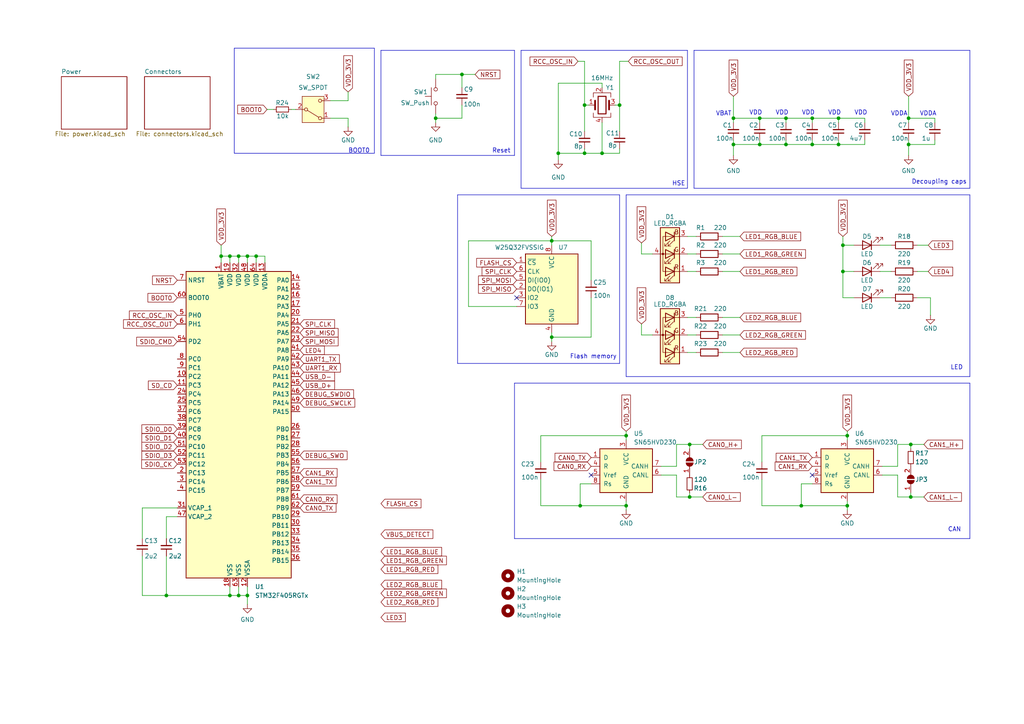
<source format=kicad_sch>
(kicad_sch (version 20231120) (generator "eeschema") (generator_version "8.0")
  (paper "A4")
  (lib_symbols
    (symbol "Device:C_Small" (pin_numbers hide) (pin_names (offset 0.254) hide)
      (property "Reference" "C" (at 0.254 1.778 0))
      (property "Value" "C_Small" (at 0.254 -2.032 0))
      (symbol "C_Small_0_1"
        (polyline (pts (xy -1.524 -0.508) (xy 1.524 -0.508)) (stroke (width 0.3302)))
        (polyline (pts (xy -1.524 0.508) (xy 1.524 0.508)) (stroke (width 0.3048)))
      )
      (symbol "C_Small_1_1"
        (pin passive line (at 0 2.54 270) (length 2.032) (name "~") (number "1"))
        (pin passive line (at 0 -2.54 90) (length 2.032) (name "~") (number "2"))
      )
    )
    (symbol "Device:Crystal_GND24" (pin_names (offset 1.016) hide)
      (property "Reference" "Y" (at 3.175 5.08 0))
      (property "Value" "Crystal_GND24" (at 3.175 3.175 0))
      (symbol "Crystal_GND24_0_1"
        (rectangle (start -1.143 2.54) (end 1.143 -2.54) (stroke (width 0.3048)))
        (polyline (pts (xy -2.54 0) (xy -2.032 0)))
        (polyline (pts (xy -2.032 -1.27) (xy -2.032 1.27)) (stroke (width 0.508)))
        (polyline (pts (xy 0 -3.81) (xy 0 -3.556)))
        (polyline (pts (xy 0 3.556) (xy 0 3.81)))
        (polyline (pts (xy 2.032 -1.27) (xy 2.032 1.27)) (stroke (width 0.508)))
        (polyline (pts (xy 2.032 0) (xy 2.54 0)))
        (polyline (pts (xy -2.54 -2.286) (xy -2.54 -3.556) (xy 2.54 -3.556) (xy 2.54 -2.286)))
        (polyline (pts (xy -2.54 2.286) (xy -2.54 3.556) (xy 2.54 3.556) (xy 2.54 2.286)))
      )
      (symbol "Crystal_GND24_1_1"
        (pin passive line (at -3.81 0 0) (length 1.27) (name "1") (number "1"))
        (pin passive line (at 0 5.08 270) (length 1.27) (name "2") (number "2"))
        (pin passive line (at 3.81 0 180) (length 1.27) (name "3") (number "3"))
        (pin passive line (at 0 -5.08 90) (length 1.27) (name "4") (number "4"))
      )
    )
    (symbol "Device:LED" (pin_numbers hide) (pin_names (offset 1.016) hide)
      (property "Reference" "D" (at 0 2.54 0))
      (property "Value" "LED" (at 0 -2.54 0))
      (symbol "LED_0_1"
        (polyline (pts (xy -1.27 -1.27) (xy -1.27 1.27)) (stroke (width 0.254)))
        (polyline (pts (xy -1.27 0) (xy 1.27 0)))
        (polyline (pts (xy 1.27 -1.27) (xy 1.27 1.27) (xy -1.27 0) (xy 1.27 -1.27)) (stroke (width 0.254)))
        (polyline (pts (xy -3.048 -0.762) (xy -4.572 -2.286) (xy -3.81 -2.286) (xy -4.572 -2.286) (xy -4.572 -1.524)))
        (polyline (pts (xy -1.778 -0.762) (xy -3.302 -2.286) (xy -2.54 -2.286) (xy -3.302 -2.286) (xy -3.302 -1.524)))
      )
      (symbol "LED_1_1"
        (pin passive line (at -3.81 0 0) (length 2.54) (name "K") (number "1"))
        (pin passive line (at 3.81 0 180) (length 2.54) (name "A") (number "2"))
      )
    )
    (symbol "Device:LED_RGBA" (pin_names (offset 0) hide)
      (property "Reference" "D" (at 0 9.398 0))
      (property "Value" "LED_RGBA" (at 0 -8.89 0))
      (symbol "LED_RGBA_0_0"
        (text "B" (at -1.905 -6.35 0) (effects (font (size 1.27 1.27))))
        (text "G" (at -1.905 -1.27 0) (effects (font (size 1.27 1.27))))
        (text "R" (at -1.905 3.81 0) (effects (font (size 1.27 1.27))))
      )
      (symbol "LED_RGBA_0_1"
        (polyline (pts (xy -1.27 -5.08) (xy -2.54 -5.08)))
        (polyline (pts (xy -1.27 -5.08) (xy 1.27 -5.08)))
        (polyline (pts (xy -1.27 -3.81) (xy -1.27 -6.35)) (stroke (width 0.254)))
        (polyline (pts (xy -1.27 0) (xy -2.54 0)))
        (polyline (pts (xy -1.27 1.27) (xy -1.27 -1.27)) (stroke (width 0.254)))
        (polyline (pts (xy -1.27 5.08) (xy -2.54 5.08)))
        (polyline (pts (xy -1.27 5.08) (xy 1.27 5.08)))
        (polyline (pts (xy -1.27 6.35) (xy -1.27 3.81)) (stroke (width 0.254)))
        (polyline (pts (xy 1.27 0) (xy -1.27 0)))
        (polyline (pts (xy 1.27 0) (xy 2.54 0)))
        (polyline (pts (xy -1.27 1.27) (xy -1.27 -1.27) (xy -1.27 -1.27)))
        (polyline (pts (xy -1.27 6.35) (xy -1.27 3.81) (xy -1.27 3.81)))
        (polyline (pts (xy 1.27 -5.08) (xy 2.032 -5.08) (xy 2.032 5.08) (xy 1.27 5.08)))
        (polyline (pts (xy 1.27 -3.81) (xy 1.27 -6.35) (xy -1.27 -5.08) (xy 1.27 -3.81)) (stroke (width 0.254)))
        (polyline (pts (xy 1.27 1.27) (xy 1.27 -1.27) (xy -1.27 0) (xy 1.27 1.27)) (stroke (width 0.254)))
        (polyline (pts (xy 1.27 6.35) (xy 1.27 3.81) (xy -1.27 5.08) (xy 1.27 6.35)) (stroke (width 0.254)))
        (polyline (pts (xy -1.016 -3.81) (xy 0.508 -2.286) (xy -0.254 -2.286) (xy 0.508 -2.286) (xy 0.508 -3.048)))
        (polyline (pts (xy -1.016 1.27) (xy 0.508 2.794) (xy -0.254 2.794) (xy 0.508 2.794) (xy 0.508 2.032)))
        (polyline (pts (xy -1.016 6.35) (xy 0.508 7.874) (xy -0.254 7.874) (xy 0.508 7.874) (xy 0.508 7.112)))
        (polyline (pts (xy 0 -3.81) (xy 1.524 -2.286) (xy 0.762 -2.286) (xy 1.524 -2.286) (xy 1.524 -3.048)))
        (polyline (pts (xy 0 1.27) (xy 1.524 2.794) (xy 0.762 2.794) (xy 1.524 2.794) (xy 1.524 2.032)))
        (polyline (pts (xy 0 6.35) (xy 1.524 7.874) (xy 0.762 7.874) (xy 1.524 7.874) (xy 1.524 7.112)))
        (rectangle (start 1.27 -1.27) (end 1.27 1.27))
        (rectangle (start 1.27 1.27) (end 1.27 1.27))
        (rectangle (start 1.27 3.81) (end 1.27 6.35))
        (rectangle (start 1.27 6.35) (end 1.27 6.35))
        (circle (center 2.032 0) (radius 0.254) (fill (type outline)))
        (rectangle (start 2.794 8.382) (end -2.794 -7.62) (stroke (width 0.254)) (fill (type background)))
      )
      (symbol "LED_RGBA_1_1"
        (pin passive line (at -5.08 5.08 0) (length 2.54) (name "RK") (number "1"))
        (pin passive line (at -5.08 0 0) (length 2.54) (name "GK") (number "2"))
        (pin passive line (at -5.08 -5.08 0) (length 2.54) (name "BK") (number "3"))
        (pin passive line (at 5.08 0 180) (length 2.54) (name "A") (number "4"))
      )
    )
    (symbol "Device:R" (pin_numbers hide) (pin_names (offset 0))
      (property "Reference" "R" (at 2.032 0 90))
      (property "Value" "R" (at 0 0 90))
      (symbol "R_0_1"
        (rectangle (start -1.016 -2.54) (end 1.016 2.54) (stroke (width 0.254)))
      )
      (symbol "R_1_1"
        (pin passive line (at 0 3.81 270) (length 1.27) (name "~") (number "1"))
        (pin passive line (at 0 -3.81 90) (length 1.27) (name "~") (number "2"))
      )
    )
    (symbol "Device:R_Small" (pin_numbers hide) (pin_names (offset 0.254) hide)
      (property "Reference" "R" (at 0.762 0.508 0))
      (property "Value" "R_Small" (at 0.762 -1.016 0))
      (symbol "R_Small_0_1"
        (rectangle (start -0.762 1.778) (end 0.762 -1.778) (stroke (width 0.2032)))
      )
      (symbol "R_Small_1_1"
        (pin passive line (at 0 2.54 270) (length 0.762) (name "~") (number "1"))
        (pin passive line (at 0 -2.54 90) (length 0.762) (name "~") (number "2"))
      )
    )
    (symbol "GND_1" (power) (pin_numbers hide) (pin_names (offset 0) hide)
      (property "Value" "GND" (at 0 -3.81 0))
      (symbol "GND_1_0_1"
        (polyline (pts (xy 0 0) (xy 0 -1.27) (xy 1.27 -1.27) (xy 0 -2.54) (xy -1.27 -1.27) (xy 0 -1.27)))
      )
      (symbol "GND_1_1_1"
        (pin power_in line (at 0 0 270) (length 0) (name "~") (number "1"))
      )
    )
    (symbol "GND_2" (power) (pin_numbers hide) (pin_names (offset 0) hide)
      (property "Value" "GND" (at 0 -3.81 0))
      (symbol "GND_2_0_1"
        (polyline (pts (xy 0 0) (xy 0 -1.27) (xy 1.27 -1.27) (xy 0 -2.54) (xy -1.27 -1.27) (xy 0 -1.27)))
      )
      (symbol "GND_2_1_1"
        (pin power_in line (at 0 0 270) (length 0) (name "~") (number "1"))
      )
    )
    (symbol "Interface_CAN_LIN:SN65HVD230" (pin_names (offset 1.016))
      (property "Reference" "U" (at -2.54 10.16 0))
      (property "Value" "SN65HVD230" (at -2.54 7.62 0))
      (symbol "SN65HVD230_0_1"
        (rectangle (start -7.62 5.08) (end 7.62 -7.62) (stroke (width 0.254)) (fill (type background)))
      )
      (symbol "SN65HVD230_1_1"
        (pin input line (at -10.16 2.54 0) (length 2.54) (name "D") (number "1"))
        (pin power_in line (at 0 -10.16 90) (length 2.54) (name "GND") (number "2"))
        (pin power_in line (at 0 7.62 270) (length 2.54) (name "VCC") (number "3"))
        (pin output line (at -10.16 0 0) (length 2.54) (name "R") (number "4"))
        (pin output line (at -10.16 -2.54 0) (length 2.54) (name "Vref") (number "5"))
        (pin bidirectional line (at 10.16 -2.54 180) (length 2.54) (name "CANL") (number "6"))
        (pin bidirectional line (at 10.16 0 180) (length 2.54) (name "CANH") (number "7"))
        (pin input line (at -10.16 -5.08 0) (length 2.54) (name "Rs") (number "8"))
      )
    )
    (symbol "Jumper:SolderJumper_2_Open" (pin_names (offset 0) hide)
      (property "Reference" "JP" (at 0 2.032 0))
      (property "Value" "SolderJumper_2_Open" (at 0 -2.54 0))
      (symbol "SolderJumper_2_Open_0_1"
        (arc (start -0.254 1.016) (mid -1.2656 0) (end -0.254 -1.016))
        (arc (start -0.254 1.016) (mid -1.2656 0) (end -0.254 -1.016) (fill (type outline)))
        (polyline (pts (xy -0.254 1.016) (xy -0.254 -1.016)))
        (polyline (pts (xy 0.254 1.016) (xy 0.254 -1.016)))
        (arc (start 0.254 -1.016) (mid 1.2656 0) (end 0.254 1.016))
        (arc (start 0.254 -1.016) (mid 1.2656 0) (end 0.254 1.016) (fill (type outline)))
      )
      (symbol "SolderJumper_2_Open_1_1"
        (pin passive line (at -3.81 0 0) (length 2.54) (name "A") (number "1"))
        (pin passive line (at 3.81 0 180) (length 2.54) (name "B") (number "2"))
      )
    )
    (symbol "MCU_ST_STM32F4:STM32F405RGTx"
      (property "Reference" "U1" (at 4.7341 -45.72 0))
      (property "Value" "STM32F405RGTx" (at 4.7341 -48.26 0))
      (symbol "STM32F405RGTx_0_1"
        (rectangle (start -15.24 45.72) (end 15.24 -43.18) (stroke (width 0.254)) (fill (type background)))
      )
      (symbol "STM32F405RGTx_1_1"
        (pin power_in line (at -5.08 48.26 270) (length 2.54) (name "VBAT") (number "1"))
        (pin bidirectional line (at -17.78 15.24 0) (length 2.54) (name "PC2") (number "10"))
        (pin bidirectional line (at -17.78 12.7 0) (length 2.54) (name "PC3") (number "11"))
        (pin power_in line (at 2.54 -45.72 90) (length 2.54) (name "VSSA") (number "12"))
        (pin power_in line (at 7.62 48.26 270) (length 2.54) (name "VDDA") (number "13"))
        (pin bidirectional line (at 17.78 43.18 180) (length 2.54) (name "PA0") (number "14"))
        (pin bidirectional line (at 17.78 40.64 180) (length 2.54) (name "PA1") (number "15"))
        (pin bidirectional line (at 17.78 38.1 180) (length 2.54) (name "PA2") (number "16"))
        (pin bidirectional line (at 17.78 35.56 180) (length 2.54) (name "PA3") (number "17"))
        (pin power_in line (at -2.54 -45.72 90) (length 2.54) (name "VSS") (number "18"))
        (pin power_in line (at -2.54 48.26 270) (length 2.54) (name "VDD") (number "19"))
        (pin bidirectional line (at -17.78 -12.7 0) (length 2.54) (name "PC13") (number "2"))
        (pin bidirectional line (at 17.78 33.02 180) (length 2.54) (name "PA4") (number "20"))
        (pin bidirectional line (at 17.78 30.48 180) (length 2.54) (name "PA5") (number "21"))
        (pin bidirectional line (at 17.78 27.94 180) (length 2.54) (name "PA6") (number "22"))
        (pin bidirectional line (at 17.78 25.4 180) (length 2.54) (name "PA7") (number "23"))
        (pin bidirectional line (at -17.78 10.16 0) (length 2.54) (name "PC4") (number "24"))
        (pin bidirectional line (at -17.78 7.62 0) (length 2.54) (name "PC5") (number "25"))
        (pin bidirectional line (at 17.78 0 180) (length 2.54) (name "PB0") (number "26"))
        (pin bidirectional line (at 17.78 -2.54 180) (length 2.54) (name "PB1") (number "27"))
        (pin bidirectional line (at 17.78 -5.08 180) (length 2.54) (name "PB2") (number "28"))
        (pin bidirectional line (at 17.78 -25.4 180) (length 2.54) (name "PB10") (number "29"))
        (pin bidirectional line (at -17.78 -15.24 0) (length 2.54) (name "PC14") (number "3"))
        (pin bidirectional line (at 17.78 -27.94 180) (length 2.54) (name "PB11") (number "30"))
        (pin power_out line (at -17.78 -22.86 0) (length 2.54) (name "VCAP_1") (number "31"))
        (pin power_in line (at 0 48.26 270) (length 2.54) (name "VDD") (number "32"))
        (pin bidirectional line (at 17.78 -30.48 180) (length 2.54) (name "PB12") (number "33"))
        (pin bidirectional line (at 17.78 -33.02 180) (length 2.54) (name "PB13") (number "34"))
        (pin bidirectional line (at 17.78 -35.56 180) (length 2.54) (name "PB14") (number "35"))
        (pin bidirectional line (at 17.78 -38.1 180) (length 2.54) (name "PB15") (number "36"))
        (pin bidirectional line (at -17.78 5.08 0) (length 2.54) (name "PC6") (number "37"))
        (pin bidirectional line (at -17.78 2.54 0) (length 2.54) (name "PC7") (number "38"))
        (pin bidirectional line (at -17.78 0 0) (length 2.54) (name "PC8") (number "39"))
        (pin bidirectional line (at -17.78 -17.78 0) (length 2.54) (name "PC15") (number "4"))
        (pin bidirectional line (at -17.78 -2.54 0) (length 2.54) (name "PC9") (number "40"))
        (pin bidirectional line (at 17.78 22.86 180) (length 2.54) (name "PA8") (number "41"))
        (pin bidirectional line (at 17.78 20.32 180) (length 2.54) (name "PA9") (number "42"))
        (pin bidirectional line (at 17.78 17.78 180) (length 2.54) (name "PA10") (number "43"))
        (pin bidirectional line (at 17.78 15.24 180) (length 2.54) (name "PA11") (number "44"))
        (pin bidirectional line (at 17.78 12.7 180) (length 2.54) (name "PA12") (number "45"))
        (pin bidirectional line (at 17.78 10.16 180) (length 2.54) (name "PA13") (number "46"))
        (pin power_out line (at -17.78 -25.4 0) (length 2.54) (name "VCAP_2") (number "47"))
        (pin power_in line (at 2.54 48.26 270) (length 2.54) (name "VDD") (number "48"))
        (pin bidirectional line (at 17.78 7.62 180) (length 2.54) (name "PA14") (number "49"))
        (pin bidirectional line (at -17.78 33.02 0) (length 2.54) (name "PH0") (number "5"))
        (pin bidirectional line (at 17.78 5.08 180) (length 2.54) (name "PA15") (number "50"))
        (pin bidirectional line (at -17.78 -5.08 0) (length 2.54) (name "PC10") (number "51"))
        (pin bidirectional line (at -17.78 -7.62 0) (length 2.54) (name "PC11") (number "52"))
        (pin bidirectional line (at -17.78 -10.16 0) (length 2.54) (name "PC12") (number "53"))
        (pin bidirectional line (at -17.78 25.4 0) (length 2.54) (name "PD2") (number "54"))
        (pin bidirectional line (at 17.78 -7.62 180) (length 2.54) (name "PB3") (number "55"))
        (pin bidirectional line (at 17.78 -10.16 180) (length 2.54) (name "PB4") (number "56"))
        (pin bidirectional line (at 17.78 -12.7 180) (length 2.54) (name "PB5") (number "57"))
        (pin bidirectional line (at 17.78 -15.24 180) (length 2.54) (name "PB6") (number "58"))
        (pin bidirectional line (at 17.78 -17.78 180) (length 2.54) (name "PB7") (number "59"))
        (pin bidirectional line (at -17.78 30.48 0) (length 2.54) (name "PH1") (number "6"))
        (pin input line (at -17.78 38.1 0) (length 2.54) (name "BOOT0") (number "60"))
        (pin bidirectional line (at 17.78 -20.32 180) (length 2.54) (name "PB8") (number "61"))
        (pin bidirectional line (at 17.78 -22.86 180) (length 2.54) (name "PB9") (number "62"))
        (pin power_in line (at 0 -45.72 90) (length 2.54) (name "VSS") (number "63"))
        (pin power_in line (at 5.08 48.26 270) (length 2.54) (name "VDD") (number "64"))
        (pin input line (at -17.78 43.18 0) (length 2.54) (name "NRST") (number "7"))
        (pin bidirectional line (at -17.78 20.32 0) (length 2.54) (name "PC0") (number "8"))
        (pin bidirectional line (at -17.78 17.78 0) (length 2.54) (name "PC1") (number "9"))
      )
    )
    (symbol "Mechanical:MountingHole" (pin_names (offset 1.016))
      (property "Reference" "H" (at 0 5.08 0))
      (property "Value" "MountingHole" (at 0 3.175 0))
      (symbol "MountingHole_0_1"
        (circle (center 0 0) (radius 1.27) (stroke (width 1.27)))
      )
    )
    (symbol "Memory_Flash:W25Q32JVSS"
      (property "Reference" "U" (at -6.35 11.43 0))
      (property "Value" "W25Q32JVSS" (at 7.62 11.43 0))
      (symbol "W25Q32JVSS_0_1"
        (rectangle (start -7.62 10.16) (end 7.62 -10.16) (stroke (width 0.254)) (fill (type background)))
      )
      (symbol "W25Q32JVSS_1_1"
        (pin input line (at -10.16 7.62 0) (length 2.54) (name "~{CS}") (number "1"))
        (pin bidirectional line (at -10.16 0 0) (length 2.54) (name "DO(IO1)") (number "2"))
        (pin bidirectional line (at -10.16 -2.54 0) (length 2.54) (name "IO2") (number "3"))
        (pin power_in line (at 0 -12.7 90) (length 2.54) (name "GND") (number "4"))
        (pin bidirectional line (at -10.16 2.54 0) (length 2.54) (name "DI(IO0)") (number "5"))
        (pin input line (at -10.16 5.08 0) (length 2.54) (name "CLK") (number "6"))
        (pin bidirectional line (at -10.16 -5.08 0) (length 2.54) (name "IO3") (number "7"))
        (pin power_in line (at 0 12.7 270) (length 2.54) (name "VCC") (number "8"))
      )
    )
    (symbol "Switch:SW_Push" (pin_numbers hide) (pin_names (offset 1.016) hide)
      (property "Reference" "SW" (at 1.27 2.54 0))
      (property "Value" "SW_Push" (at 0 -1.524 0))
      (symbol "SW_Push_0_1"
        (circle (center -2.032 0) (radius 0.508))
        (polyline (pts (xy 0 1.27) (xy 0 3.048)))
        (polyline (pts (xy 2.54 1.27) (xy -2.54 1.27)))
        (circle (center 2.032 0) (radius 0.508))
        (pin passive line (at -5.08 0 0) (length 2.54) (name "1") (number "1"))
        (pin passive line (at 5.08 0 180) (length 2.54) (name "2") (number "2"))
      )
    )
    (symbol "Switch:SW_SPDT" (pin_names (offset 0) hide)
      (property "Reference" "SW" (at 0 5.08 0))
      (property "Value" "SW_SPDT" (at 0 -5.08 0))
      (symbol "SW_SPDT_0_1"
        (circle (center -2.032 0) (radius 0.4572))
        (polyline (pts (xy -1.651 0.254) (xy 1.651 2.286)))
        (circle (center 2.032 -2.54) (radius 0.4572))
        (circle (center 2.032 2.54) (radius 0.4572))
      )
      (symbol "SW_SPDT_1_1"
        (rectangle (start -3.175 3.81) (end 3.175 -3.81) (fill (type background)))
        (pin passive line (at 5.08 2.54 180) (length 2.54) (name "A") (number "1"))
        (pin passive line (at -5.08 0 0) (length 2.54) (name "B") (number "2"))
        (pin passive line (at 5.08 -2.54 180) (length 2.54) (name "C") (number "3"))
      )
    )
    (symbol "power:GND" (power) (pin_names (offset 0))
      (property "Value" "GND" (at 0 -3.81 0))
      (symbol "GND_0_1"
        (polyline (pts (xy 0 0) (xy 0 -1.27) (xy 1.27 -1.27) (xy 0 -2.54) (xy -1.27 -1.27) (xy 0 -1.27)))
      )
      (symbol "GND_1_1"
        (pin power_in line (at 0 0 270) (length 0) hide (name "GND") (number "1"))
      )
    )
  )
  (junction (at 235.585 41.91))
  (junction (at 69.215 172.72))
  (junction (at 160.02 69.85))
  (junction (at 169.545 30.48))
  (junction (at 66.675 74.295))
  (junction (at 74.295 74.295))
  (junction (at 181.61 146.685))
  (junction (at 69.215 74.295))
  (junction (at 243.205 34.29))
  (junction (at 227.965 34.29))
  (junction (at 71.755 74.295))
  (junction (at 212.725 41.91))
  (junction (at 244.475 78.74))
  (junction (at 220.345 34.29))
  (junction (at 264.16 144.145))
  (junction (at 179.705 30.48))
  (junction (at 227.965 41.91))
  (junction (at 66.675 172.72))
  (junction (at 243.205 41.91))
  (junction (at 133.985 21.59))
  (junction (at 161.925 44.45))
  (junction (at 264.16 128.905))
  (junction (at 245.745 126.365))
  (junction (at 64.135 74.295))
  (junction (at 245.745 146.685))
  (junction (at 168.275 146.685))
  (junction (at 232.41 146.685))
  (junction (at 235.585 34.29))
  (junction (at 263.525 34.29))
  (junction (at 263.525 41.91))
  (junction (at 200.025 128.905))
  (junction (at 200.025 144.145))
  (junction (at 126.365 34.29))
  (junction (at 71.755 172.72))
  (junction (at 220.345 41.91))
  (junction (at 160.02 97.79))
  (junction (at 48.26 172.72))
  (junction (at 174.625 44.45))
  (junction (at 169.545 44.45))
  (junction (at 244.475 71.12))
  (junction (at 212.725 34.29))
  (junction (at 181.61 126.365))
  (no_connect (at 149.86 86.36))
  (no_connect (at 235.585 137.795))
  (no_connect (at 171.45 137.795))
  (wire (pts (xy 250.825 35.56) (xy 250.825 34.29)))
  (wire (pts (xy 220.98 126.365) (xy 245.745 126.365)))
  (wire (pts (xy 69.215 74.295) (xy 71.755 74.295)))
  (wire (pts (xy 160.02 96.52) (xy 160.02 97.79)))
  (wire (pts (xy 263.525 40.64) (xy 263.525 41.91)))
  (wire (pts (xy 161.925 44.45) (xy 161.925 46.355)))
  (wire (pts (xy 209.55 68.58) (xy 214.63 68.58)))
  (polyline (pts (xy 201.295 54.61) (xy 201.295 14.605)))
  (wire (pts (xy 179.705 38.1) (xy 179.705 30.48)))
  (wire (pts (xy 69.215 76.2) (xy 69.215 74.295)))
  (polyline (pts (xy 108.585 13.97) (xy 108.585 44.45)))
  (wire (pts (xy 227.965 34.29) (xy 235.585 34.29)))
  (wire (pts (xy 196.215 128.905) (xy 200.025 128.905)))
  (wire (pts (xy 227.965 40.64) (xy 227.965 41.91)))
  (wire (pts (xy 263.525 34.29) (xy 271.145 34.29)))
  (wire (pts (xy 235.585 140.335) (xy 232.41 140.335)))
  (wire (pts (xy 235.585 40.64) (xy 235.585 41.91)))
  (wire (pts (xy 135.89 69.85) (xy 135.89 88.9)))
  (wire (pts (xy 264.16 128.905) (xy 264.16 130.175)))
  (wire (pts (xy 168.275 146.685) (xy 181.61 146.685)))
  (polyline (pts (xy 281.305 109.22) (xy 181.61 109.22)))
  (wire (pts (xy 174.625 24.13) (xy 174.625 25.4)))
  (wire (pts (xy 199.39 78.74) (xy 201.93 78.74)))
  (polyline (pts (xy 67.945 13.97) (xy 67.945 44.45)))
  (wire (pts (xy 182.245 17.78) (xy 179.705 17.78)))
  (wire (pts (xy 79.375 31.75) (xy 77.47 31.75)))
  (wire (pts (xy 71.755 74.295) (xy 74.295 74.295)))
  (wire (pts (xy 169.545 17.78) (xy 167.64 17.78)))
  (wire (pts (xy 235.585 41.91) (xy 243.205 41.91)))
  (polyline (pts (xy 281.305 14.605) (xy 281.305 54.61)))
  (wire (pts (xy 181.61 146.685) (xy 181.61 147.955)))
  (wire (pts (xy 66.675 172.72) (xy 69.215 172.72)))
  (polyline (pts (xy 67.945 44.45) (xy 108.585 44.45)))
  (wire (pts (xy 243.205 40.64) (xy 243.205 41.91)))
  (wire (pts (xy 41.275 161.29) (xy 41.275 172.72)))
  (wire (pts (xy 199.39 68.58) (xy 201.93 68.58)))
  (wire (pts (xy 161.925 24.13) (xy 161.925 44.45)))
  (wire (pts (xy 156.845 126.365) (xy 156.845 133.985)))
  (wire (pts (xy 76.835 74.295) (xy 76.835 76.2)))
  (wire (pts (xy 199.39 92.075) (xy 201.93 92.075)))
  (wire (pts (xy 174.625 35.56) (xy 174.625 44.45)))
  (wire (pts (xy 244.475 71.12) (xy 244.475 78.74)))
  (wire (pts (xy 71.755 74.295) (xy 71.755 76.2)))
  (wire (pts (xy 126.365 34.29) (xy 126.365 35.56)))
  (wire (pts (xy 169.545 44.45) (xy 174.625 44.45)))
  (wire (pts (xy 64.135 71.12) (xy 64.135 74.295)))
  (wire (pts (xy 220.98 139.065) (xy 220.98 146.685)))
  (wire (pts (xy 64.135 74.295) (xy 66.675 74.295)))
  (wire (pts (xy 264.16 142.875) (xy 264.16 144.145)))
  (wire (pts (xy 181.61 145.415) (xy 181.61 146.685)))
  (wire (pts (xy 171.45 86.36) (xy 171.45 97.79)))
  (wire (pts (xy 174.625 44.45) (xy 179.705 44.45)))
  (wire (pts (xy 135.89 69.85) (xy 160.02 69.85)))
  (wire (pts (xy 66.675 172.72) (xy 48.26 172.72)))
  (wire (pts (xy 181.61 125.095) (xy 181.61 126.365)))
  (wire (pts (xy 160.02 69.85) (xy 171.45 69.85)))
  (wire (pts (xy 244.475 78.74) (xy 247.65 78.74)))
  (polyline (pts (xy 181.61 56.515) (xy 181.61 109.22)))
  (polyline (pts (xy 199.39 54.61) (xy 151.13 54.61)))
  (wire (pts (xy 220.98 126.365) (xy 220.98 133.985)))
  (wire (pts (xy 255.905 137.795) (xy 260.35 137.795)))
  (wire (pts (xy 133.985 21.59) (xy 133.985 25.4)))
  (wire (pts (xy 156.845 146.685) (xy 168.275 146.685)))
  (wire (pts (xy 169.545 30.48) (xy 170.815 30.48)))
  (wire (pts (xy 200.025 144.145) (xy 203.835 144.145)))
  (wire (pts (xy 264.16 144.145) (xy 267.97 144.145)))
  (wire (pts (xy 244.475 86.36) (xy 247.65 86.36)))
  (polyline (pts (xy 151.13 14.605) (xy 151.13 54.61)))
  (wire (pts (xy 263.525 41.91) (xy 271.145 41.91)))
  (wire (pts (xy 179.705 43.18) (xy 179.705 44.45)))
  (wire (pts (xy 243.205 34.29) (xy 243.205 35.56)))
  (wire (pts (xy 169.545 17.78) (xy 169.545 30.48)))
  (wire (pts (xy 245.745 146.685) (xy 245.745 147.955)))
  (polyline (pts (xy 151.13 14.605) (xy 199.39 14.605)))
  (wire (pts (xy 263.525 41.91) (xy 263.525 45.085)))
  (wire (pts (xy 160.02 97.79) (xy 160.02 99.06)))
  (wire (pts (xy 179.705 17.78) (xy 179.705 30.48)))
  (wire (pts (xy 255.905 135.255) (xy 260.35 135.255)))
  (wire (pts (xy 133.985 34.29) (xy 126.365 34.29)))
  (polyline (pts (xy 110.49 45.085) (xy 149.225 45.085)))
  (wire (pts (xy 51.435 147.32) (xy 41.275 147.32)))
  (wire (pts (xy 260.35 137.795) (xy 260.35 144.145)))
  (wire (pts (xy 232.41 140.335) (xy 232.41 146.685)))
  (wire (pts (xy 174.625 24.13) (xy 161.925 24.13)))
  (wire (pts (xy 200.025 128.905) (xy 203.835 128.905)))
  (wire (pts (xy 220.345 41.91) (xy 212.725 41.91)))
  (wire (pts (xy 126.365 34.29) (xy 126.365 33.02)))
  (wire (pts (xy 264.16 128.905) (xy 267.97 128.905)))
  (wire (pts (xy 269.875 91.44) (xy 269.875 86.36)))
  (wire (pts (xy 95.885 29.21) (xy 100.965 29.21)))
  (wire (pts (xy 196.215 128.905) (xy 196.215 135.255)))
  (wire (pts (xy 169.545 43.18) (xy 169.545 44.45)))
  (polyline (pts (xy 132.715 56.515) (xy 132.715 105.41)))
  (polyline (pts (xy 179.705 56.515) (xy 132.715 56.515)))
  (wire (pts (xy 244.475 78.74) (xy 244.475 86.36)))
  (wire (pts (xy 186.055 97.155) (xy 189.23 97.155)))
  (polyline (pts (xy 281.305 111.125) (xy 281.305 156.21)))
  (wire (pts (xy 235.585 34.29) (xy 243.205 34.29)))
  (wire (pts (xy 51.435 149.86) (xy 48.26 149.86)))
  (wire (pts (xy 160.02 68.58) (xy 160.02 69.85)))
  (wire (pts (xy 186.055 73.66) (xy 189.23 73.66)))
  (wire (pts (xy 220.345 34.29) (xy 212.725 34.29)))
  (wire (pts (xy 220.345 34.29) (xy 227.965 34.29)))
  (wire (pts (xy 200.025 128.905) (xy 200.025 130.175)))
  (wire (pts (xy 255.27 78.74) (xy 258.445 78.74)))
  (wire (pts (xy 48.26 161.29) (xy 48.26 172.72)))
  (polyline (pts (xy 149.225 111.125) (xy 281.305 111.125)))
  (wire (pts (xy 156.845 126.365) (xy 181.61 126.365)))
  (wire (pts (xy 244.475 68.58) (xy 244.475 71.12)))
  (wire (pts (xy 69.215 172.72) (xy 71.755 172.72)))
  (wire (pts (xy 160.02 97.79) (xy 171.45 97.79)))
  (wire (pts (xy 260.35 144.145) (xy 264.16 144.145)))
  (polyline (pts (xy 199.39 14.605) (xy 199.39 54.61)))
  (wire (pts (xy 149.86 88.9) (xy 135.89 88.9)))
  (wire (pts (xy 200.025 142.875) (xy 200.025 144.145)))
  (wire (pts (xy 209.55 78.74) (xy 214.63 78.74)))
  (wire (pts (xy 126.365 22.86) (xy 126.365 21.59)))
  (wire (pts (xy 271.145 40.64) (xy 271.145 41.91)))
  (wire (pts (xy 69.215 172.72) (xy 69.215 170.18)))
  (wire (pts (xy 100.965 34.29) (xy 100.965 36.83)))
  (polyline (pts (xy 108.585 13.97) (xy 67.945 13.97)))
  (wire (pts (xy 260.35 128.905) (xy 260.35 135.255)))
  (polyline (pts (xy 181.61 56.515) (xy 281.305 56.515)))
  (wire (pts (xy 168.275 140.335) (xy 168.275 146.685)))
  (wire (pts (xy 196.215 144.145) (xy 200.025 144.145)))
  (wire (pts (xy 199.39 102.235) (xy 201.93 102.235)))
  (wire (pts (xy 244.475 71.12) (xy 247.65 71.12)))
  (wire (pts (xy 220.98 146.685) (xy 232.41 146.685)))
  (wire (pts (xy 186.055 73.66) (xy 186.055 70.485)))
  (wire (pts (xy 271.145 34.29) (xy 271.145 35.56)))
  (wire (pts (xy 171.45 140.335) (xy 168.275 140.335)))
  (wire (pts (xy 263.525 35.56) (xy 263.525 34.29)))
  (wire (pts (xy 84.455 31.75) (xy 85.725 31.75)))
  (wire (pts (xy 41.275 172.72) (xy 48.26 172.72)))
  (wire (pts (xy 191.77 137.795) (xy 196.215 137.795)))
  (wire (pts (xy 66.675 74.295) (xy 66.675 76.2)))
  (wire (pts (xy 263.525 27.94) (xy 263.525 34.29)))
  (wire (pts (xy 133.985 21.59) (xy 137.795 21.59)))
  (wire (pts (xy 71.755 172.72) (xy 71.755 170.18)))
  (polyline (pts (xy 281.305 56.515) (xy 281.305 109.22)))
  (wire (pts (xy 196.215 137.795) (xy 196.215 144.145)))
  (wire (pts (xy 71.755 172.72) (xy 71.755 175.26)))
  (wire (pts (xy 66.675 74.295) (xy 69.215 74.295)))
  (polyline (pts (xy 149.225 111.125) (xy 149.225 156.21)))
  (wire (pts (xy 186.055 97.155) (xy 186.055 93.98)))
  (polyline (pts (xy 201.295 14.605) (xy 281.305 14.605)))
  (wire (pts (xy 212.725 34.29) (xy 212.725 35.56)))
  (wire (pts (xy 126.365 21.59) (xy 133.985 21.59)))
  (wire (pts (xy 232.41 146.685) (xy 245.745 146.685)))
  (wire (pts (xy 243.205 34.29) (xy 250.825 34.29)))
  (wire (pts (xy 266.065 71.12) (xy 269.24 71.12)))
  (wire (pts (xy 133.985 30.48) (xy 133.985 34.29)))
  (wire (pts (xy 191.77 135.255) (xy 196.215 135.255)))
  (wire (pts (xy 235.585 35.56) (xy 235.585 34.29)))
  (wire (pts (xy 199.39 97.155) (xy 201.93 97.155)))
  (wire (pts (xy 64.135 76.2) (xy 64.135 74.295)))
  (wire (pts (xy 227.965 34.29) (xy 227.965 35.56)))
  (polyline (pts (xy 179.705 56.515) (xy 179.705 105.41)))
  (wire (pts (xy 243.205 41.91) (xy 250.825 41.91)))
  (wire (pts (xy 48.26 149.86) (xy 48.26 156.21)))
  (wire (pts (xy 266.065 78.74) (xy 269.24 78.74)))
  (wire (pts (xy 260.35 128.905) (xy 264.16 128.905)))
  (wire (pts (xy 100.965 26.67) (xy 100.965 29.21)))
  (wire (pts (xy 255.27 86.36) (xy 258.445 86.36)))
  (wire (pts (xy 74.295 74.295) (xy 76.835 74.295)))
  (wire (pts (xy 245.745 145.415) (xy 245.745 146.685)))
  (wire (pts (xy 66.675 170.18) (xy 66.675 172.72)))
  (wire (pts (xy 178.435 30.48) (xy 179.705 30.48)))
  (wire (pts (xy 235.585 41.91) (xy 227.965 41.91)))
  (wire (pts (xy 212.725 41.91) (xy 212.725 45.085)))
  (wire (pts (xy 199.39 73.66) (xy 201.93 73.66)))
  (wire (pts (xy 220.345 41.91) (xy 227.965 41.91)))
  (wire (pts (xy 220.345 35.56) (xy 220.345 34.29)))
  (polyline (pts (xy 201.295 54.61) (xy 281.305 54.61)))
  (wire (pts (xy 212.725 41.91) (xy 212.725 40.64)))
  (wire (pts (xy 95.885 34.29) (xy 100.965 34.29)))
  (wire (pts (xy 169.545 38.1) (xy 169.545 30.48)))
  (polyline (pts (xy 281.305 156.21) (xy 149.225 156.21)))
  (wire (pts (xy 171.45 69.85) (xy 171.45 81.28)))
  (wire (pts (xy 156.845 139.065) (xy 156.845 146.685)))
  (wire (pts (xy 266.065 86.36) (xy 269.875 86.36)))
  (wire (pts (xy 245.745 125.095) (xy 245.745 126.365)))
  (wire (pts (xy 181.61 126.365) (xy 181.61 127.635)))
  (polyline (pts (xy 110.49 14.605) (xy 149.225 14.605)))
  (wire (pts (xy 160.02 69.85) (xy 160.02 71.12)))
  (wire (pts (xy 220.345 40.64) (xy 220.345 41.91)))
  (wire (pts (xy 74.295 76.2) (xy 74.295 74.295)))
  (polyline (pts (xy 149.225 14.605) (xy 149.225 45.085)))
  (wire (pts (xy 161.925 44.45) (xy 169.545 44.45)))
  (polyline (pts (xy 110.49 45.085) (xy 110.49 14.605)))
  (wire (pts (xy 209.55 73.66) (xy 214.63 73.66)))
  (wire (pts (xy 209.55 102.235) (xy 214.63 102.235)))
  (wire (pts (xy 212.725 27.94) (xy 212.725 34.29)))
  (wire (pts (xy 245.745 126.365) (xy 245.745 127.635)))
  (wire (pts (xy 209.55 92.075) (xy 214.63 92.075)))
  (wire (pts (xy 255.27 71.12) (xy 258.445 71.12)))
  (wire (pts (xy 41.275 147.32) (xy 41.275 156.21)))
  (wire (pts (xy 250.825 40.64) (xy 250.825 41.91)))
  (wire (pts (xy 209.55 97.155) (xy 214.63 97.155)))
  (polyline (pts (xy 132.715 105.41) (xy 179.705 105.41)))
  (text "VDDA" (at 263.271 33.782 0) (effects (font (size 1.27 1.27)) (justify right bottom)))
  (text "CAN" (at 276.86 153.67 0) (effects (font (size 1.27 1.27))))
  (text "Reset" (at 145.415 43.815 0) (effects (font (size 1.27 1.27))))
  (text "VDD\n" (at 251.587 33.528 0) (effects (font (size 1.27 1.27)) (justify right bottom)))
  (text "Flash memory" (at 172.085 103.505 0) (effects (font (size 1.27 1.27))))
  (text "VBAT" (at 212.217 33.782 0) (effects (font (size 1.27 1.27)) (justify right bottom)))
  (text "VDD\n" (at 221.107 33.528 0) (effects (font (size 1.27 1.27)) (justify right bottom)))
  (text "VDD\n" (at 228.727 33.528 0) (effects (font (size 1.27 1.27)) (justify right bottom)))
  (text "VDD\n" (at 236.347 33.528 0) (effects (font (size 1.27 1.27)) (justify right bottom)))
  (text "VDDA" (at 271.653 33.782 0) (effects (font (size 1.27 1.27)) (justify right bottom)))
  (text "BOOT0" (at 104.14 43.815 0) (effects (font (size 1.27 1.27))))
  (text "Decoupling caps" (at 272.415 52.832 0) (effects (font (size 1.27 1.27))))
  (text "LED" (at 277.495 106.68 0) (effects (font (size 1.27 1.27))))
  (text "HSE" (at 196.85 53.34 0) (effects (font (size 1.27 1.27))))
  (text "VDD\n" (at 243.967 33.528 0) (effects (font (size 1.27 1.27)) (justify right bottom)))
  (global_label "DEBUG_SWCLK" (shape input) (at 86.995 116.84 0) (property "Intersheetrefs" "${INTERSHEET_REFS}" (effects (hide yes))))
  (global_label "SD_CD" (shape input) (at 51.435 111.76 180) (property "Intersheetrefs" "${INTERSHEET_REFS}" (effects (hide yes))))
  (global_label "SDIO_D1" (shape input) (at 51.435 127 180) (property "Intersheetrefs" "${INTERSHEET_REFS}" (effects (hide yes))))
  (global_label "LED1_RGB_GREEN" (shape input) (at 110.49 162.56 0) (property "Intersheetrefs" "${INTERSHEET_REFS}" (effects (hide yes))))
  (global_label "UART1_TX" (shape input) (at 86.995 104.14 0) (property "Intersheetrefs" "${INTERSHEET_REFS}" (effects (hide yes))))
  (global_label "NRST" (shape input) (at 51.435 81.28 180) (property "Intersheetrefs" "${INTERSHEET_REFS}" (effects (hide yes))))
  (global_label "VDD_3V3" (shape input) (at 100.965 26.67 90) (property "Intersheetrefs" "${INTERSHEET_REFS}" (effects (hide yes))))
  (global_label "VDD_3V3" (shape input) (at 186.055 70.485 90) (property "Intersheetrefs" "${INTERSHEET_REFS}" (effects (hide yes))))
  (global_label "CAN0_H+" (shape input) (at 203.835 128.905 0) (property "Intersheetrefs" "${INTERSHEET_REFS}" (effects (hide yes))))
  (global_label "CAN1_TX" (shape input) (at 235.585 132.715 180) (property "Intersheetrefs" "${INTERSHEET_REFS}" (effects (hide yes))))
  (global_label "VBUS_DETECT" (shape input) (at 110.49 154.94 0) (property "Intersheetrefs" "${INTERSHEET_REFS}" (effects (hide yes))))
  (global_label "LED2_RGB_GREEN" (shape input) (at 214.63 97.155 0) (property "Intersheetrefs" "${INTERSHEET_REFS}" (effects (hide yes))))
  (global_label "LED2_RGB_BLUE" (shape input) (at 110.49 169.545 0) (property "Intersheetrefs" "${INTERSHEET_REFS}" (effects (hide yes))))
  (global_label "SDIO_D0" (shape input) (at 51.435 124.46 180) (property "Intersheetrefs" "${INTERSHEET_REFS}" (effects (hide yes))))
  (global_label "LED1_RGB_RED" (shape input) (at 110.49 165.1 0) (property "Intersheetrefs" "${INTERSHEET_REFS}" (effects (hide yes))))
  (global_label "DEBUG_SWDIO" (shape input) (at 86.995 114.3 0) (property "Intersheetrefs" "${INTERSHEET_REFS}" (effects (hide yes))))
  (global_label "CAN0_RX" (shape input) (at 171.45 135.255 180) (property "Intersheetrefs" "${INTERSHEET_REFS}" (effects (hide yes))))
  (global_label "RCC_OSC_IN" (shape input) (at 51.435 91.44 180) (property "Intersheetrefs" "${INTERSHEET_REFS}" (effects (hide yes))))
  (global_label "SDIO_D3" (shape input) (at 51.435 132.08 180) (property "Intersheetrefs" "${INTERSHEET_REFS}" (effects (hide yes))))
  (global_label "UART1_RX" (shape input) (at 86.995 106.68 0) (property "Intersheetrefs" "${INTERSHEET_REFS}" (effects (hide yes))))
  (global_label "SPI_CLK" (shape input) (at 86.995 93.98 0) (property "Intersheetrefs" "${INTERSHEET_REFS}" (effects (hide yes))))
  (global_label "SDIO_CK" (shape input) (at 51.435 134.62 180) (property "Intersheetrefs" "${INTERSHEET_REFS}" (effects (hide yes))))
  (global_label "FLASH_CS" (shape input) (at 110.49 146.05 0) (property "Intersheetrefs" "${INTERSHEET_REFS}" (effects (hide yes))))
  (global_label "RCC_OSC_OUT" (shape input) (at 51.435 93.98 180) (property "Intersheetrefs" "${INTERSHEET_REFS}" (effects (hide yes))))
  (global_label "LED4" (shape input) (at 86.995 101.6 0) (property "Intersheetrefs" "${INTERSHEET_REFS}" (effects (hide yes))))
  (global_label "SDIO_CMD" (shape input) (at 51.435 99.06 180) (property "Intersheetrefs" "${INTERSHEET_REFS}" (effects (hide yes))))
  (global_label "VDD_3V3" (shape input) (at 245.745 125.095 90) (property "Intersheetrefs" "${INTERSHEET_REFS}" (effects (hide yes))))
  (global_label "SPI_MOSI" (shape input) (at 86.995 99.06 0) (property "Intersheetrefs" "${INTERSHEET_REFS}" (effects (hide yes))))
  (global_label "CAN1_H+" (shape input) (at 267.97 128.905 0) (property "Intersheetrefs" "${INTERSHEET_REFS}" (effects (hide yes))))
  (global_label "VDD_3V3" (shape input) (at 64.135 71.12 90) (property "Intersheetrefs" "${INTERSHEET_REFS}" (effects (hide yes))))
  (global_label "LED2_RGB_GREEN" (shape input) (at 110.49 172.085 0) (property "Intersheetrefs" "${INTERSHEET_REFS}" (effects (hide yes))))
  (global_label "USB_D+" (shape input) (at 86.995 111.76 0) (property "Intersheetrefs" "${INTERSHEET_REFS}" (effects (hide yes))))
  (global_label "SPI_MOSI" (shape input) (at 149.86 81.28 180) (property "Intersheetrefs" "${INTERSHEET_REFS}" (effects (hide yes))))
  (global_label "LED1_RGB_RED" (shape input) (at 214.63 78.74 0) (property "Intersheetrefs" "${INTERSHEET_REFS}" (effects (hide yes))))
  (global_label "CAN0_L-" (shape input) (at 203.835 144.145 0) (property "Intersheetrefs" "${INTERSHEET_REFS}" (effects (hide yes))))
  (global_label "FLASH_CS" (shape input) (at 149.86 76.2 180) (property "Intersheetrefs" "${INTERSHEET_REFS}" (effects (hide yes))))
  (global_label "CAN1_L-" (shape input) (at 267.97 144.145 0) (property "Intersheetrefs" "${INTERSHEET_REFS}" (effects (hide yes))))
  (global_label "VDD_3V3" (shape input) (at 263.525 27.94 90) (property "Intersheetrefs" "${INTERSHEET_REFS}" (effects (hide yes))))
  (global_label "SDIO_D2" (shape input) (at 51.435 129.54 180) (property "Intersheetrefs" "${INTERSHEET_REFS}" (effects (hide yes))))
  (global_label "BOOT0" (shape input) (at 51.435 86.36 180) (property "Intersheetrefs" "${INTERSHEET_REFS}" (effects (hide yes))))
  (global_label "CAN0_TX" (shape input) (at 86.995 147.32 0) (property "Intersheetrefs" "${INTERSHEET_REFS}" (effects (hide yes))))
  (global_label "VDD_3V3" (shape input) (at 186.055 93.98 90) (property "Intersheetrefs" "${INTERSHEET_REFS}" (effects (hide yes))))
  (global_label "CAN0_RX" (shape input) (at 86.995 144.78 0) (property "Intersheetrefs" "${INTERSHEET_REFS}" (effects (hide yes))))
  (global_label "LED1_RGB_BLUE" (shape input) (at 110.49 160.02 0) (property "Intersheetrefs" "${INTERSHEET_REFS}" (effects (hide yes))))
  (global_label "NRST" (shape input) (at 137.795 21.59 0) (property "Intersheetrefs" "${INTERSHEET_REFS}" (effects (hide yes))))
  (global_label "VDD_3V3" (shape input) (at 181.61 125.095 90) (property "Intersheetrefs" "${INTERSHEET_REFS}" (effects (hide yes))))
  (global_label "DEBUG_SWO" (shape input) (at 86.995 132.08 0) (property "Intersheetrefs" "${INTERSHEET_REFS}" (effects (hide yes))))
  (global_label "CAN1_TX" (shape input) (at 86.995 139.7 0) (property "Intersheetrefs" "${INTERSHEET_REFS}" (effects (hide yes))))
  (global_label "VDD_3V3" (shape input) (at 212.725 27.94 90) (property "Intersheetrefs" "${INTERSHEET_REFS}" (effects (hide yes))))
  (global_label "LED3" (shape input) (at 110.49 179.07 0) (property "Intersheetrefs" "${INTERSHEET_REFS}" (effects (hide yes))))
  (global_label "LED1_RGB_BLUE" (shape input) (at 214.63 68.58 0) (property "Intersheetrefs" "${INTERSHEET_REFS}" (effects (hide yes))))
  (global_label "CAN1_RX" (shape input) (at 86.995 137.16 0) (property "Intersheetrefs" "${INTERSHEET_REFS}" (effects (hide yes))))
  (global_label "LED2_RGB_RED" (shape input) (at 110.49 174.625 0) (property "Intersheetrefs" "${INTERSHEET_REFS}" (effects (hide yes))))
  (global_label "RCC_OSC_IN" (shape input) (at 167.64 17.78 180) (property "Intersheetrefs" "${INTERSHEET_REFS}" (effects (hide yes))))
  (global_label "USB_D-" (shape input) (at 86.995 109.22 0) (property "Intersheetrefs" "${INTERSHEET_REFS}" (effects (hide yes))))
  (global_label "CAN0_TX" (shape input) (at 171.45 132.715 180) (property "Intersheetrefs" "${INTERSHEET_REFS}" (effects (hide yes))))
  (global_label "SPI_MISO" (shape input) (at 86.995 96.52 0) (property "Intersheetrefs" "${INTERSHEET_REFS}" (effects (hide yes))))
  (global_label "CAN1_RX" (shape input) (at 235.585 135.255 180) (property "Intersheetrefs" "${INTERSHEET_REFS}" (effects (hide yes))))
  (global_label "RCC_OSC_OUT" (shape input) (at 182.245 17.78 0) (property "Intersheetrefs" "${INTERSHEET_REFS}" (effects (hide yes))))
  (global_label "VDD_3V3" (shape input) (at 160.02 68.58 90) (property "Intersheetrefs" "${INTERSHEET_REFS}" (effects (hide yes))))
  (global_label "VDD_3V3" (shape input) (at 244.475 68.58 90) (property "Intersheetrefs" "${INTERSHEET_REFS}" (effects (hide yes))))
  (global_label "LED3" (shape input) (at 269.24 71.12 0) (property "Intersheetrefs" "${INTERSHEET_REFS}" (effects (hide yes))))
  (global_label "LED1_RGB_GREEN" (shape input) (at 214.63 73.66 0) (property "Intersheetrefs" "${INTERSHEET_REFS}" (effects (hide yes))))
  (global_label "LED2_RGB_BLUE" (shape input) (at 214.63 92.075 0) (property "Intersheetrefs" "${INTERSHEET_REFS}" (effects (hide yes))))
  (global_label "SPI_MISO" (shape input) (at 149.86 83.82 180) (property "Intersheetrefs" "${INTERSHEET_REFS}" (effects (hide yes))))
  (global_label "LED2_RGB_RED" (shape input) (at 214.63 102.235 0) (property "Intersheetrefs" "${INTERSHEET_REFS}" (effects (hide yes))))
  (global_label "BOOT0" (shape input) (at 77.47 31.75 180) (property "Intersheetrefs" "${INTERSHEET_REFS}" (effects (hide yes))))
  (global_label "LED4" (shape input) (at 269.24 78.74 0) (property "Intersheetrefs" "${INTERSHEET_REFS}" (effects (hide yes))))
  (global_label "SPI_CLK" (shape input) (at 149.86 78.74 180) (property "Intersheetrefs" "${INTERSHEET_REFS}" (effects (hide yes))))
  (symbol (lib_id "Device:C_Small") (at 212.725 38.1 180) (unit 1)
    (property "Reference" "C1" (at 210.947 36.322 0))
    (property "Value" "100n" (at 210.185 40.132 0))
    (property "Footprint" "Capacitor_SMD:C_0603_1608Metric" (effects (hide yes)))
  )
  (symbol (lib_id "Device:LED_RGBA") (at 194.31 97.155 180) (unit 1)
    (property "Reference" "D8" (at 194.31 86.36 0))
    (property "Value" "LED_RGBA" (at 194.31 88.265 0))
    (property "Footprint" "LED_SMD:LED_RGB_Wuerth-PLCC4_3.2x2.8mm_150141M173100" (effects (hide yes)))
    (property "Description" "RGB LED, red/green/blue/anode" (effects (hide yes)))
  )
  (symbol (lib_id "Device:C_Small") (at 220.345 38.1 180) (unit 1)
    (property "Reference" "C2" (at 218.567 36.322 0))
    (property "Value" "100n" (at 217.805 40.132 0))
    (property "Footprint" "Capacitor_SMD:C_0603_1608Metric" (effects (hide yes)))
  )
  (symbol (lib_id "Device:R") (at 262.255 71.12 90) (unit 1)
    (property "Reference" "R18" (at 262.255 68.58 90))
    (property "Value" "220" (at 262.255 73.66 90))
    (property "Footprint" "Resistor_SMD:R_0603_1608Metric" (effects (hide yes)))
    (property "Description" "Resistor" (effects (hide yes)))
  )
  (symbol (lib_id "Device:R") (at 205.74 78.74 90) (unit 1)
    (property "Reference" "R3" (at 203.2 76.2 90))
    (property "Value" "220" (at 208.915 76.2 90))
    (property "Footprint" "Resistor_SMD:R_0603_1608Metric" (effects (hide yes)))
    (property "Description" "Resistor" (effects (hide yes)))
  )
  (symbol (lib_id "Device:C_Small") (at 227.965 38.1 180) (unit 1)
    (property "Reference" "C3" (at 226.187 36.322 0))
    (property "Value" "100n" (at 225.425 40.132 0))
    (property "Footprint" "Capacitor_SMD:C_0603_1608Metric" (effects (hide yes)))
  )
  (symbol (lib_id "Device:C_Small") (at 243.205 38.1 180) (unit 1)
    (property "Reference" "C5" (at 241.427 36.322 0))
    (property "Value" "100n" (at 240.665 40.132 0))
    (property "Footprint" "Capacitor_SMD:C_0603_1608Metric" (effects (hide yes)))
  )
  (symbol (lib_name "GND_2") (lib_id "power:GND") (at 269.875 91.44 0) (unit 1)
    (property "Reference" "#PWR018" (effects (hide yes)))
    (property "Value" "GND" (at 269.875 95.25 0))
    (property "Description" "Power symbol creates a global label with name \"GND\" , ground" (effects (hide yes)))
  )
  (symbol (lib_id "Jumper:SolderJumper_2_Open") (at 264.16 139.065 90) (unit 1)
    (property "Reference" "JP3" (at 265.43 139.065 90) (effects (justify right)))
    (property "Value" "SolderJumper_2_Open" (effects (hide yes)))
    (property "Footprint" "Jumper:SolderJumper-2_P1.3mm_Open_RoundedPad1.0x1.5mm" (effects (hide yes)))
    (property "Description" "Solder Jumper, 2-pole, open" (effects (hide yes)))
  )
  (symbol (lib_id "Device:Crystal_GND24") (at 174.625 30.48 0) (unit 1)
    (property "Reference" "Y1" (at 176.911 25.4 0))
    (property "Value" "16MHz" (at 174.625 22.606 0))
    (property "Footprint" "Crystal:Crystal_SMD_3225-4Pin_3.2x2.5mm" (effects (hide yes)))
  )
  (symbol (lib_id "Device:C_Small") (at 133.985 27.94 180) (unit 1)
    (property "Reference" "C9" (at 135.89 25.908 0))
    (property "Value" "100n" (at 136.906 30.226 0))
    (property "Footprint" "Capacitor_SMD:C_0603_1608Metric" (effects (hide yes)))
  )
  (symbol (lib_id "Mechanical:MountingHole") (at 147.32 177.165 0) (unit 1)
    (property "Reference" "H3" (at 149.86 175.8949 0) (effects (justify left)))
    (property "Value" "MountingHole" (at 149.86 178.4349 0) (effects (justify left)))
    (property "Footprint" "MountingHole:MountingHole_2.2mm_M2_Pad_Via" (effects (hide yes)))
    (property "Description" "Mounting Hole without connection" (effects (hide yes)))
  )
  (symbol (lib_id "Device:R") (at 205.74 73.66 90) (unit 1)
    (property "Reference" "R2" (at 203.2 71.12 90))
    (property "Value" "220" (at 208.915 71.12 90))
    (property "Footprint" "Resistor_SMD:R_0603_1608Metric" (effects (hide yes)))
    (property "Description" "Resistor" (effects (hide yes)))
  )
  (symbol (lib_id "Device:R_Small") (at 264.16 132.715 0) (unit 1)
    (property "Reference" "R17" (at 265.43 131.445 0) (effects (justify left)))
    (property "Value" "120" (at 265.43 133.985 0) (effects (justify left)))
    (property "Footprint" "Resistor_SMD:R_0603_1608Metric" (effects (hide yes)))
    (property "Description" "Resistor, small symbol" (effects (hide yes)))
  )
  (symbol (lib_id "Device:C_Small") (at 235.585 38.1 180) (unit 1)
    (property "Reference" "C4" (at 233.807 36.322 0))
    (property "Value" "100n" (at 233.045 40.132 0))
    (property "Footprint" "Capacitor_SMD:C_0603_1608Metric" (effects (hide yes)))
  )
  (symbol (lib_name "GND_2") (lib_id "power:GND") (at 181.61 147.955 0) (unit 1)
    (property "Reference" "#PWR016" (effects (hide yes)))
    (property "Value" "GND" (at 181.61 151.765 0))
    (property "Description" "Power symbol creates a global label with name \"GND\" , ground" (effects (hide yes)))
  )
  (symbol (lib_id "Device:C_Small") (at 156.845 136.525 180) (unit 1)
    (property "Reference" "C23" (at 153.035 134.62 0))
    (property "Value" "100n" (at 153.67 138.43 0))
    (property "Footprint" "Capacitor_SMD:C_0603_1608Metric" (effects (hide yes)))
  )
  (symbol (lib_id "Jumper:SolderJumper_2_Open") (at 200.025 133.985 90) (unit 1)
    (property "Reference" "JP2" (at 201.295 133.985 90) (effects (justify right)))
    (property "Value" "SolderJumper_2_Open" (effects (hide yes)))
    (property "Footprint" "Jumper:SolderJumper-2_P1.3mm_Open_RoundedPad1.0x1.5mm" (effects (hide yes)))
    (property "Description" "Solder Jumper, 2-pole, open" (effects (hide yes)))
  )
  (symbol (lib_id "Device:LED") (at 251.46 71.12 180) (unit 1)
    (property "Reference" "D5" (at 251.46 68.58 0))
    (property "Value" "LED" (at 251.46 73.66 0))
    (property "Footprint" "LED_SMD:LED_1206_3216Metric" (effects (hide yes)))
    (property "Description" "Light emitting diode" (effects (hide yes)))
  )
  (symbol (lib_id "Device:C_Small") (at 250.825 38.1 180) (unit 1)
    (property "Reference" "C6" (at 249.047 36.322 0))
    (property "Value" "4u7" (at 248.285 40.132 0))
    (property "Footprint" "Capacitor_SMD:C_0603_1608Metric" (effects (hide yes)))
  )
  (symbol (lib_id "Device:C_Small") (at 41.275 158.75 180) (unit 1)
    (property "Reference" "C13" (at 43.815 156.845 0))
    (property "Value" "2u2" (at 43.815 161.29 0))
    (property "Footprint" "Capacitor_SMD:C_0603_1608Metric" (effects (hide yes)))
  )
  (symbol (lib_id "Device:LED") (at 251.46 86.36 180) (unit 1)
    (property "Reference" "D7" (at 251.46 83.82 0))
    (property "Value" "LED" (at 251.46 88.9 0))
    (property "Footprint" "LED_SMD:LED_1206_3216Metric" (effects (hide yes)))
    (property "Description" "Light emitting diode" (effects (hide yes)))
  )
  (symbol (lib_id "Device:C_Small") (at 48.26 158.75 180) (unit 1)
    (property "Reference" "C12" (at 50.8 156.845 0))
    (property "Value" "2u2" (at 50.8 161.29 0))
    (property "Footprint" "Capacitor_SMD:C_0603_1608Metric" (effects (hide yes)))
  )
  (symbol (lib_id "Device:LED") (at 251.46 78.74 180) (unit 1)
    (property "Reference" "D6" (at 251.46 76.2 0))
    (property "Value" "LED" (at 251.46 81.28 0))
    (property "Footprint" "LED_SMD:LED_1206_3216Metric" (effects (hide yes)))
    (property "Description" "Light emitting diode" (effects (hide yes)))
  )
  (symbol (lib_id "Device:C_Small") (at 271.145 38.1 180) (unit 1)
    (property "Reference" "C8" (at 269.367 36.322 0))
    (property "Value" "1u" (at 268.605 40.132 0))
    (property "Footprint" "Capacitor_SMD:C_0603_1608Metric" (effects (hide yes)))
  )
  (symbol (lib_id "MCU_ST_STM32F4:STM32F405RGTx") (at 69.215 124.46 0) (unit 1)
    (property "Reference" "U1" (at 73.9491 170.18 0) (effects (justify left)))
    (property "Value" "STM32F405RGTx" (at 73.9491 172.72 0) (effects (justify left)))
    (property "Footprint" "Package_QFP:LQFP-64_10x10mm_P0.5mm" (effects (hide yes)))
    (property "Datasheet" "https://www.st.com/resource/en/datasheet/stm32f405rg.pdf" (effects (hide yes)))
  )
  (symbol (lib_id "Device:R") (at 205.74 102.235 90) (unit 1)
    (property "Reference" "R23" (at 203.2 99.695 90))
    (property "Value" "220" (at 208.915 99.695 90))
    (property "Footprint" "Resistor_SMD:R_0603_1608Metric" (effects (hide yes)))
    (property "Description" "Resistor" (effects (hide yes)))
  )
  (symbol (lib_id "Interface_CAN_LIN:SN65HVD230") (at 245.745 135.255 0) (unit 1)
    (property "Reference" "U6" (at 247.9391 125.73 0) (effects (justify left)))
    (property "Value" "SN65HVD230" (at 247.9391 128.27 0) (effects (justify left)))
    (property "Footprint" "Package_SO:SOIC-8_3.9x4.9mm_P1.27mm" (effects (hide yes)))
    (property "Datasheet" "http://www.ti.com/lit/ds/symlink/sn65hvd230.pdf" (effects (hide yes)))
    (property "Description" "CAN Bus Transceivers, 3.3V, 1Mbps, Low-Power capabilities, SOIC-8" (effects (hide yes)))
  )
  (symbol (lib_id "Device:C_Small") (at 169.545 40.64 180) (unit 1)
    (property "Reference" "C10" (at 167.005 38.862 0))
    (property "Value" "8p" (at 167.767 42.418 0))
    (property "Footprint" "Capacitor_SMD:C_0603_1608Metric" (effects (hide yes)))
  )
  (symbol (lib_id "Switch:SW_SPDT") (at 90.805 31.75 0) (mirror x) (unit 1)
    (property "Reference" "SW2" (at 90.805 22.225 0))
    (property "Value" "SW_SPDT" (at 90.805 25.4 0))
    (property "Footprint" "Button_Switch_SMD:SW_SPDT_PCM12" (effects (hide yes)))
    (property "Description" "Switch, single pole double throw" (effects (hide yes)))
  )
  (symbol (lib_id "Device:C_Small") (at 171.45 83.82 180) (unit 1)
    (property "Reference" "C25" (at 173.99 81.915 0))
    (property "Value" "100n" (at 174.625 85.725 0))
    (property "Footprint" "Capacitor_SMD:C_0603_1608Metric" (effects (hide yes)))
  )
  (symbol (lib_name "GND_2") (lib_id "power:GND") (at 160.02 99.06 0) (unit 1)
    (property "Reference" "#PWR019" (effects (hide yes)))
    (property "Value" "GND" (at 160.02 102.87 0))
    (property "Description" "Power symbol creates a global label with name \"GND\" , ground" (effects (hide yes)))
  )
  (symbol (lib_id "Device:C_Small") (at 263.525 38.1 180) (unit 1)
    (property "Reference" "C7" (at 261.747 36.322 0))
    (property "Value" "100n" (at 260.985 40.132 0))
    (property "Footprint" "Capacitor_SMD:C_0603_1608Metric" (effects (hide yes)))
  )
  (symbol (lib_id "power:GND") (at 126.365 35.56 0) (unit 1)
    (property "Reference" "#PWR04" (effects (hide yes)))
    (property "Value" "GND" (at 126.365 40.64 0))
  )
  (symbol (lib_id "Device:R_Small") (at 200.025 140.335 180) (unit 1)
    (property "Reference" "R16" (at 205.105 141.605 0) (effects (justify left)))
    (property "Value" "120" (at 205.105 139.065 0) (effects (justify left)))
    (property "Footprint" "Resistor_SMD:R_0603_1608Metric" (effects (hide yes)))
    (property "Description" "Resistor, small symbol" (effects (hide yes)))
  )
  (symbol (lib_id "power:GND") (at 263.525 45.085 0) (unit 1)
    (property "Reference" "#PWR03" (effects (hide yes)))
    (property "Value" "GND" (at 263.525 49.53 0))
  )
  (symbol (lib_id "power:GND") (at 71.755 175.26 0) (unit 1)
    (property "Reference" "#PWR02" (effects (hide yes)))
    (property "Value" "GND" (at 71.755 179.705 0))
  )
  (symbol (lib_id "power:GND") (at 212.725 45.085 0) (unit 1)
    (property "Reference" "#PWR01" (effects (hide yes)))
    (property "Value" "GND" (at 212.725 49.53 0))
  )
  (symbol (lib_id "Device:R") (at 205.74 92.075 90) (unit 1)
    (property "Reference" "R21" (at 203.2 89.535 90))
    (property "Value" "220" (at 208.915 89.535 90))
    (property "Footprint" "Resistor_SMD:R_0603_1608Metric" (effects (hide yes)))
    (property "Description" "Resistor" (effects (hide yes)))
  )
  (symbol (lib_id "Device:R") (at 205.74 97.155 90) (unit 1)
    (property "Reference" "R22" (at 203.2 94.615 90))
    (property "Value" "220" (at 208.915 94.615 90))
    (property "Footprint" "Resistor_SMD:R_0603_1608Metric" (effects (hide yes)))
    (property "Description" "Resistor" (effects (hide yes)))
  )
  (symbol (lib_id "Interface_CAN_LIN:SN65HVD230") (at 181.61 135.255 0) (unit 1)
    (property "Reference" "U5" (at 183.8041 125.73 0) (effects (justify left)))
    (property "Value" "SN65HVD230" (at 183.8041 128.27 0) (effects (justify left)))
    (property "Footprint" "Package_SO:SOIC-8_3.9x4.9mm_P1.27mm" (effects (hide yes)))
    (property "Datasheet" "http://www.ti.com/lit/ds/symlink/sn65hvd230.pdf" (effects (hide yes)))
    (property "Description" "CAN Bus Transceivers, 3.3V, 1Mbps, Low-Power capabilities, SOIC-8" (effects (hide yes)))
  )
  (symbol (lib_id "Device:LED_RGBA") (at 194.31 73.66 180) (unit 1)
    (property "Reference" "D1" (at 194.31 62.865 0))
    (property "Value" "LED_RGBA" (at 194.31 64.77 0))
    (property "Footprint" "LED_SMD:LED_RGB_Wuerth-PLCC4_3.2x2.8mm_150141M173100" (effects (hide yes)))
    (property "Description" "RGB LED, red/green/blue/anode" (effects (hide yes)))
  )
  (symbol (lib_id "Device:R") (at 262.255 86.36 90) (unit 1)
    (property "Reference" "R20" (at 262.255 83.82 90))
    (property "Value" "220" (at 262.255 88.9 90))
    (property "Footprint" "Resistor_SMD:R_0603_1608Metric" (effects (hide yes)))
    (property "Description" "Resistor" (effects (hide yes)))
  )
  (symbol (lib_id "Device:R") (at 205.74 68.58 90) (unit 1)
    (property "Reference" "R1" (at 203.2 66.04 90))
    (property "Value" "220" (at 208.915 66.04 90))
    (property "Footprint" "Resistor_SMD:R_0603_1608Metric" (effects (hide yes)))
    (property "Description" "Resistor" (effects (hide yes)))
  )
  (symbol (lib_id "Device:C_Small") (at 220.98 136.525 180) (unit 1)
    (property "Reference" "C24" (at 217.17 134.62 0))
    (property "Value" "100n" (at 217.805 138.43 0))
    (property "Footprint" "Capacitor_SMD:C_0603_1608Metric" (effects (hide yes)))
  )
  (symbol (lib_id "Memory_Flash:W25Q32JVSS") (at 160.02 83.82 0) (unit 1)
    (property "Reference" "U7" (at 161.925 71.755 0) (effects (justify left)))
    (property "Value" "W25Q32FVSSIG" (at 143.51 71.755 0) (effects (justify left)))
    (property "Footprint" "Package_SO:SOIC-8_5.23x5.23mm_P1.27mm" (effects (hide yes)))
    (property "Datasheet" "http://www.winbond.com/resource-files/w25q32jv%20revg%2003272018%20plus.pdf" (effects (hide yes)))
    (property "Description" "32Mb Serial Flash Memory, Standard/Dual/Quad SPI, SOIC-8" (effects (hide yes)))
  )
  (symbol (lib_name "GND_2") (lib_id "power:GND") (at 245.745 147.955 0) (unit 1)
    (property "Reference" "#PWR017" (effects (hide yes)))
    (property "Value" "GND" (at 245.745 151.765 0))
    (property "Description" "Power symbol creates a global label with name \"GND\" , ground" (effects (hide yes)))
  )
  (symbol (lib_id "power:GND") (at 161.925 46.355 0) (unit 1)
    (property "Reference" "#PWR06" (effects (hide yes)))
    (property "Value" "GND" (at 161.925 51.435 0))
  )
  (symbol (lib_id "Mechanical:MountingHole") (at 147.32 172.085 0) (unit 1)
    (property "Reference" "H2" (at 149.86 170.8149 0) (effects (justify left)))
    (property "Value" "MountingHole" (at 149.86 173.3549 0) (effects (justify left)))
    (property "Footprint" "MountingHole:MountingHole_2.2mm_M2_Pad_Via" (effects (hide yes)))
    (property "Description" "Mounting Hole without connection" (effects (hide yes)))
  )
  (symbol (lib_name "GND_1") (lib_id "power:GND") (at 100.965 36.83 0) (unit 1)
    (property "Reference" "#PWR05" (effects (hide yes)))
    (property "Value" "GND" (at 100.965 40.64 0))
    (property "Description" "Power symbol creates a global label with name \"GND\" , ground" (effects (hide yes)))
  )
  (symbol (lib_id "Device:R_Small") (at 81.915 31.75 90) (unit 1)
    (property "Reference" "R24" (at 83.82 29.845 90) (effects (justify left)))
    (property "Value" "10k" (at 83.82 33.655 90) (effects (justify left)))
    (property "Footprint" "Resistor_SMD:R_0603_1608Metric" (effects (hide yes)))
  )
  (symbol (lib_id "Device:R") (at 262.255 78.74 90) (unit 1)
    (property "Reference" "R19" (at 262.255 76.2 90))
    (property "Value" "220" (at 262.255 81.28 90))
    (property "Footprint" "Resistor_SMD:R_0603_1608Metric" (effects (hide yes)))
    (property "Description" "Resistor" (effects (hide yes)))
  )
  (symbol (lib_id "Mechanical:MountingHole") (at 147.32 167.005 0) (unit 1)
    (property "Reference" "H1" (at 149.86 165.7349 0) (effects (justify left)))
    (property "Value" "MountingHole" (at 149.86 168.2749 0) (effects (justify left)))
    (property "Footprint" "MountingHole:MountingHole_2.2mm_M2_Pad_Via" (effects (hide yes)))
    (property "Description" "Mounting Hole without connection" (effects (hide yes)))
  )
  (symbol (lib_id "Switch:SW_Push") (at 126.365 27.94 90) (unit 1)
    (property "Reference" "SW1" (at 120.015 26.67 90) (effects (justify right)))
    (property "Value" "SW_Push" (at 116.205 29.845 90) (effects (justify right)))
    (property "Footprint" "user_lib:button_small" (effects (hide yes)))
  )
  (symbol (lib_id "Device:C_Small") (at 179.705 40.64 180) (unit 1)
    (property "Reference" "C11" (at 177.673 38.608 0))
    (property "Value" "8p" (at 177.673 42.164 0))
    (property "Footprint" "Capacitor_SMD:C_0603_1608Metric" (effects (hide yes)))
  )
  (sheet (at 17.78 22.225) (size 19.05 15.24) (stroke (width 0.1524))
    (property "Sheetname" "Power" (at 17.78 21.5134 0) (effects (justify left bottom)))
    (property "Sheetfile" "power.kicad_sch" (at 15.875 38.1 0) (effects (justify left top)))
  )
  (sheet (at 41.91 22.225) (size 19.05 15.24) (stroke (width 0.1524))
    (property "Sheetname" "Connectors" (at 41.91 21.5134 0) (effects (justify left bottom)))
    (property "Sheetfile" "connectors.kicad_sch" (at 39.37 38.1 0) (effects (justify left top)))
  )
)
</source>
